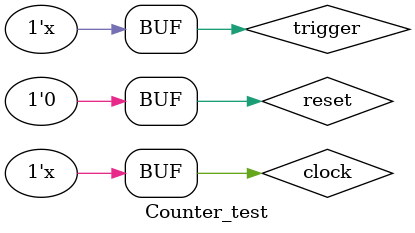
<source format=v>
`timescale 1ns / 1ps


module Counter_test;

	// Inputs
	reg reset;
	reg clock;
	reg trigger;

	// Outputs
	wire [7:0] count;

	// Instantiate the Unit Under Test (UUT)
	Counter uut (
		.count(count), 
		.reset(reset), 
		.trigger(trigger),
		.clock(clock)
	);

	initial begin
		// Initialize Inputs
		reset = 0;
		trigger = 0;
		clock = 0;

		// Wait 100 ns for global reset to finish
		#100;
   end

		// Add stimulus here
	always 
	#1 clock = !clock;

	always 
	#20 trigger = !trigger;

      
endmodule


</source>
